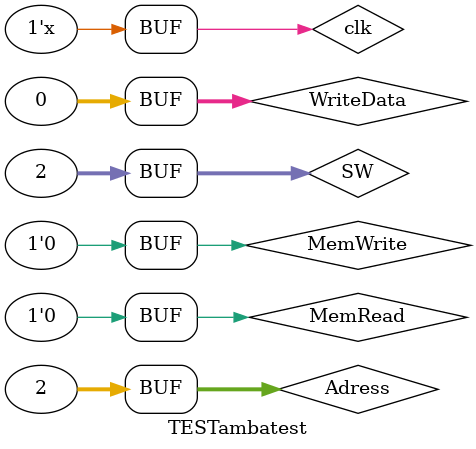
<source format=v>
`timescale 1ns / 1ps


module TESTambatest;

	// Inputs
	reg clk;
	reg [31:0] Adress;
	reg [31:0] WriteData;
	reg MemRead;
	reg MemWrite;
	reg [31:0] SW;

	// Outputs
	wire [31:0] MemData;
	wire isLocked;
	wire [31:0] LED;

	// Instantiate the Unit Under Test (UUT)
	ambatest uut (
		.clk(clk), 
		.Adress(Adress), 
		.WriteData(WriteData), 
		.MemRead(MemRead), 
		.MemWrite(MemWrite), 
		.MemData(MemData), 
		.isLocked(isLocked), 
		.SW(SW), 
		.LED(LED)
	);

	initial begin
		// Initialize Inputs
		clk = 0;
		Adress = 0;
		WriteData = 0;
		MemRead = 0;
		MemWrite = 0;
		SW = 0;

		// Wait 100 ns for global reset to finish
		#100;
        
		// Add stimulus here
		
		#300;
		
		////////////////////////////
		
		//READ TEST
		SW = 2;
		Adress = 15;
		MemRead = 1;
	
		#600;		
		MemRead = 0;
		
		#300;		
		Adress = 2;
		MemRead = 1;
		
		#600;		
		MemRead = 0;
		
		/////////////////////////////
	
		/*
		//WRITE TEST
		Adress = 16;
		WriteData = 4;
		MemWrite = 1;
		*/
		
		////////////////////////////

	end
	
always begin
	#100;
	clk = !clk;
end
      
endmodule


</source>
